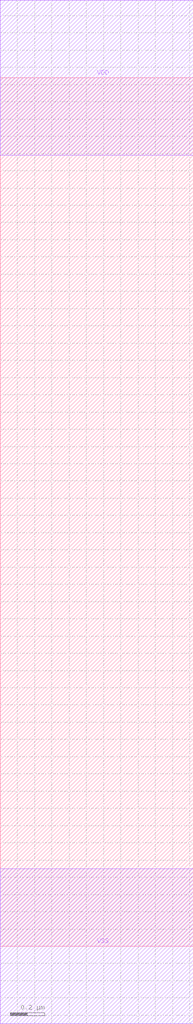
<source format=lef>
# Copyright 2022 GlobalFoundries PDK Authors
#
# Licensed under the Apache License, Version 2.0 (the "License");
# you may not use this file except in compliance with the License.
# You may obtain a copy of the License at
#
#      http://www.apache.org/licenses/LICENSE-2.0
#
# Unless required by applicable law or agreed to in writing, software
# distributed under the License is distributed on an "AS IS" BASIS,
# WITHOUT WARRANTIES OR CONDITIONS OF ANY KIND, either express or implied.
# See the License for the specific language governing permissions and
# limitations under the License.

MACRO gf180mcu_fd_sc_mcu9t5v0__fill_2
  CLASS core SPACER ;
  FOREIGN gf180mcu_fd_sc_mcu9t5v0__fill_2 0.0 0.0 ;
  ORIGIN 0 0 ;
  SYMMETRY X Y ;
  SITE GF018hv5v_green_sc9 ;
  SIZE 1.12 BY 5.04 ;
  PIN VDD
    DIRECTION INOUT ;
    USE power ;
    SHAPE ABUTMENT ;
    PORT
      LAYER METAL1 ;
        POLYGON 0 4.59 1.12 4.59 1.12 5.49 0 5.49  ;
    END
  END VDD
  PIN VSS
    DIRECTION INOUT ;
    USE ground ;
    SHAPE ABUTMENT ;
    PORT
      LAYER METAL1 ;
        POLYGON 0 -0.45 1.12 -0.45 1.12 0.45 0 0.45  ;
    END
  END VSS
END gf180mcu_fd_sc_mcu9t5v0__fill_2

</source>
